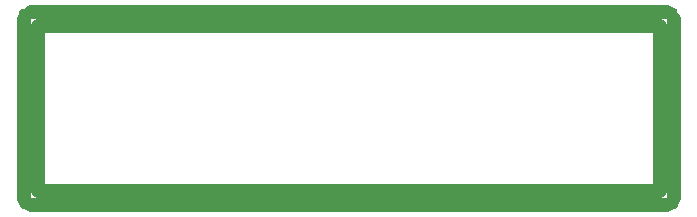
<source format=gko>
G04*
G04 #@! TF.GenerationSoftware,Altium Limited,Altium Designer,23.8.1 (32)*
G04*
G04 Layer_Color=16711935*
%FSLAX44Y44*%
%MOMM*%
G71*
G04*
G04 #@! TF.SameCoordinates,518562CC-B56E-4454-A7A6-5D8183682021*
G04*
G04*
G04 #@! TF.FilePolarity,Positive*
G04*
G01*
G75*
%ADD54C,1.2000*%
D54*
X799750Y1299210D02*
G03*
X793750Y1305210I-6000J0D01*
G01*
X799750Y1299210D02*
G03*
X793750Y1305210I-6000J0D01*
G01*
Y1142080D02*
G03*
X799750Y1148080I0J6000D01*
G01*
X793750Y1142080D02*
G03*
X799750Y1148080I0J6000D01*
G01*
X255270Y1305210D02*
G03*
X249270Y1299210I0J-6000D01*
G01*
X255270Y1305210D02*
G03*
X249270Y1299210I0J-6000D01*
G01*
Y1148080D02*
G03*
X255270Y1142080I6000J0D01*
G01*
X249270Y1148080D02*
G03*
X255270Y1142080I6000J0D01*
G01*
X261270Y1154080D02*
Y1293210D01*
X799750Y1148080D02*
Y1299210D01*
X787750Y1154080D02*
Y1293210D01*
X261270D02*
X787750D01*
X255270Y1305210D02*
X793750D01*
X261270Y1154080D02*
X787750D01*
X255270Y1142080D02*
X793750D01*
X249270Y1148080D02*
Y1299210D01*
M02*

</source>
